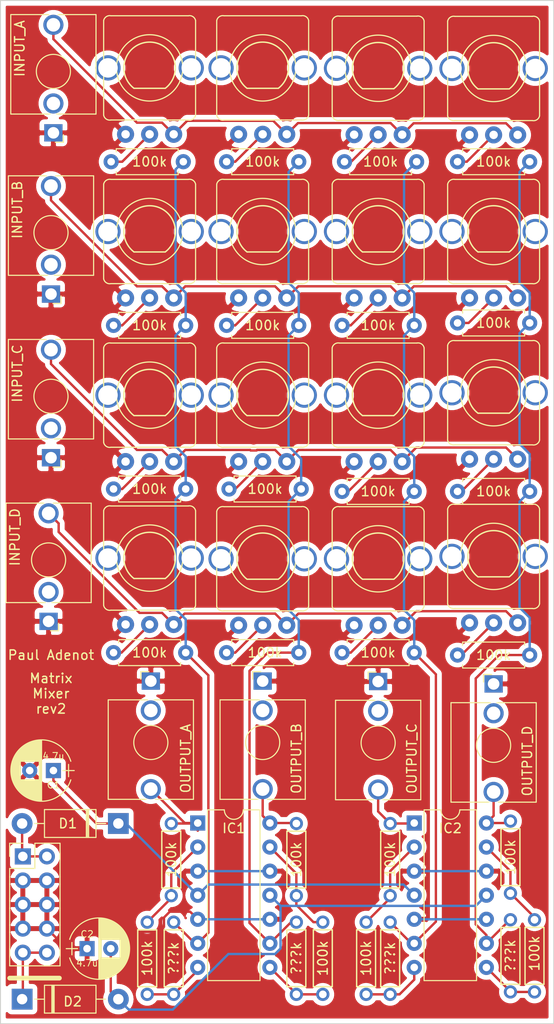
<source format=kicad_pcb>
(kicad_pcb (version 20171130) (host pcbnew "(5.1.10-1-10_14)")
  (layers (0 F.Cu signal) (31 B.Cu signal) (34 B.Paste user) (35 F.Paste user) (36 B.SilkS user) (37 F.SilkS user) (38 B.Mask user) (39 F.Mask user) (44 Edge.Cuts user))
  (net 0 "")
  (net 1 /VCC)
  (net 2 GND)
  (net 3 /VEE)
  (net 4 "Net-(D1-Pad2)")
  (net 5 "Net-(D2-Pad1)")
  (net 6 "Net-(R1-Pad1)")
  (net 7 "Net-(R2-Pad1)")
  (net 8 "Net-(R3-Pad1)")
  (net 9 "Net-(R4-Pad1)")
  (net 10 "Net-(R5-Pad1)")
  (net 11 "Net-(R6-Pad1)")
  (net 12 "Net-(R7-Pad1)")
  (net 13 "Net-(R8-Pad1)")
  (net 14 "Net-(R9-Pad1)")
  (net 15 "Net-(R10-Pad1)")
  (net 16 "Net-(R11-Pad1)")
  (net 17 "Net-(R12-Pad1)")
  (net 18 "Net-(R13-Pad1)")
  (net 19 "Net-(R14-Pad1)")
  (net 20 "Net-(R15-Pad1)")
  (net 21 "Net-(R16-Pad1)")
  (net 22 "Net-(IC1-Pad13)")
  (net 23 "Net-(IC1-Pad6)")
  (net 24 "Net-(IC1-Pad8)")
  (net 25 "Net-(IC1-Pad1)")
  (net 26 "Net-(IC1-Pad2)")
  (net 27 "Net-(IC1-Pad9)")
  (net 28 "Net-(IC1-Pad7)")
  (net 29 "Net-(IC1-Pad14)")
  (net 30 "Net-(IC2-Pad1)")
  (net 31 "Net-(IC2-Pad8)")
  (net 32 "Net-(IC2-Pad2)")
  (net 33 "Net-(IC2-Pad9)")
  (net 34 "Net-(IC2-Pad6)")
  (net 35 "Net-(IC2-Pad13)")
  (net 36 "Net-(IC2-Pad7)")
  (net 37 "Net-(IC2-Pad14)")
  (net 38 "Net-(INPUT_A1-PadP$1_TIP)")
  (net 39 "Net-(INPUT_B1-PadP$1_TIP)")
  (net 40 "Net-(INPUT_C1-PadP$1_TIP)")
  (net 41 "Net-(INPUT_D1-PadP$1_TIP)")
  (module Resistor_THT:R_Axial_DIN0207_L6.3mm_D2.5mm_P7.62mm_Horizontal (layer F.Cu) (at 32.258 34.036)
    (fp_text reference R1 hide)
    (fp_text value 100k (at 4.064 0) (layer F.SilkS))
    (pad 2 thru_hole oval (at 7.62 0) (size 1.6 1.6) (drill 0.8) (layers *.Cu *.Mask) (net 23 "Net-(IC1-Pad6)"))
    (pad 1 thru_hole circle (at 0 0) (size 1.6 1.6) (drill 0.8) (layers *.Cu *.Mask) (net 6 "Net-(R1-Pad1)"))
  )
  (module 4ms-footprints:Header_2x05_Pitch2.54mm_TH_-12v_Label (layer F.Cu) (at 27.686 118.11)
    (fp_text reference J1 hide)
    (fp_text value EURO_HEADER_10pin hide)
    (pad 10 thru_hole oval (at -2.21 -0.59) (size 1.7 1.7) (drill 1) (layers *.Cu *.Mask) (net 5 "Net-(D2-Pad1)"))
    (pad 9 thru_hole oval (at -4.75 -0.59) (size 1.7 1.7) (drill 1) (layers *.Cu *.Mask) (net 5 "Net-(D2-Pad1)"))
    (pad 8 thru_hole oval (at -2.21 -3.13) (size 1.7 1.7) (drill 1) (layers *.Cu *.Mask) (net 2 GND))
    (pad 7 thru_hole oval (at -4.75 -3.13) (size 1.7 1.7) (drill 1) (layers *.Cu *.Mask) (net 2 GND))
    (pad 6 thru_hole oval (at -2.21 -5.67) (size 1.7 1.7) (drill 1) (layers *.Cu *.Mask) (net 2 GND))
    (pad 5 thru_hole oval (at -4.75 -5.67) (size 1.7 1.7) (drill 1) (layers *.Cu *.Mask) (net 2 GND))
    (pad 4 thru_hole oval (at -2.21 -8.21) (size 1.7 1.7) (drill 1) (layers *.Cu *.Mask) (net 2 GND))
    (pad 3 thru_hole oval (at -4.75 -8.21) (size 1.7 1.7) (drill 1) (layers *.Cu *.Mask) (net 2 GND))
    (pad 2 thru_hole oval (at -2.21 -10.75) (size 1.7 1.7) (drill 1) (layers *.Cu *.Mask) (net 4 "Net-(D1-Pad2)"))
    (pad 1 thru_hole rect (at -4.75 -10.75) (size 1.7 1.7) (drill 1) (layers *.Cu *.Mask) (net 4 "Net-(D1-Pad2)"))
  )
  (module Diode_THT:D_DO-41_SOD81_P10.16mm_Horizontal (layer F.Cu) (at 22.86 122.428)
    (fp_text reference D2 (at 5.334 0.254) (layer F.SilkS))
    (fp_text value 1N4007 hide)
    (pad 2 thru_hole oval (at 10.16 0) (size 2.2 2.2) (drill 1.1) (layers *.Cu *.Mask) (net 3 /VEE))
    (pad 1 thru_hole rect (at 0 0) (size 2.2 2.2) (drill 1.1) (layers *.Cu *.Mask) (net 5 "Net-(D2-Pad1)"))
  )
  (module Diode_THT:D_DO-41_SOD81_P10.16mm_Horizontal (layer F.Cu) (at 33.02 103.886 180)
    (fp_text reference D1 (at 5.334 0) (layer F.SilkS))
    (fp_text value 1N4007 hide)
    (pad 2 thru_hole oval (at 10.16 0 180) (size 2.2 2.2) (drill 1.1) (layers *.Cu *.Mask) (net 4 "Net-(D1-Pad2)"))
    (pad 1 thru_hole rect (at 0 0 180) (size 2.2 2.2) (drill 1.1) (layers *.Cu *.Mask) (net 1 /VCC))
  )
  (module 4ms-footprints:Cap_Electrolytic_TH (layer F.Cu) (at 26.162 98.298 180)
    (fp_text reference C1 (at 0 -1.524) (layer F.SilkS) (effects (font (size 0.7 0.7) (thickness 0.1))))
    (fp_text value 4.7u (at 0 1.524) (layer F.SilkS) (effects (font (size 0.7 0.7) (thickness 0.1))))
    (pad 2 thru_hole circle (at 2.5 0 180) (size 1.6 1.6) (drill 0.8) (layers *.Cu *.Mask) (net 2 GND))
    (pad 1 thru_hole rect (at 0 0 180) (size 1.6 1.6) (drill 0.8) (layers *.Cu *.Mask) (net 1 /VCC))
  )
  (module 4ms-footprints:Cap_Electrolytic_TH (layer F.Cu) (at 29.718 117.094)
    (fp_text reference C2 (at 0 -1.524) (layer F.SilkS) (effects (font (size 0.7 0.7) (thickness 0.1))))
    (fp_text value 4.7u (at 0 1.524) (layer F.SilkS) (effects (font (size 0.7 0.7) (thickness 0.1))))
    (pad 2 thru_hole circle (at 2.5 0) (size 1.6 1.6) (drill 0.8) (layers *.Cu *.Mask) (net 3 /VEE))
    (pad 1 thru_hole rect (at 0 0) (size 1.6 1.6) (drill 0.8) (layers *.Cu *.Mask) (net 2 GND))
  )
  (module Resistor_THT:R_Axial_DIN0207_L6.3mm_D2.5mm_P7.62mm_Horizontal (layer F.Cu) (at 44.45 34.036)
    (fp_text reference R2 hide)
    (fp_text value 100k (at 3.81 0) (layer F.SilkS))
    (pad 2 thru_hole oval (at 7.62 0) (size 1.6 1.6) (drill 0.8) (layers *.Cu *.Mask) (net 27 "Net-(IC1-Pad9)"))
    (pad 1 thru_hole circle (at 0 0) (size 1.6 1.6) (drill 0.8) (layers *.Cu *.Mask) (net 7 "Net-(R2-Pad1)"))
  )
  (module Resistor_THT:R_Axial_DIN0207_L6.3mm_D2.5mm_P7.62mm_Horizontal (layer F.Cu) (at 56.896 34.039026)
    (fp_text reference R3 hide)
    (fp_text value 100k (at 3.81 -0.003026) (layer F.SilkS))
    (pad 2 thru_hole oval (at 7.62 0) (size 1.6 1.6) (drill 0.8) (layers *.Cu *.Mask) (net 34 "Net-(IC2-Pad6)"))
    (pad 1 thru_hole circle (at 0 0) (size 1.6 1.6) (drill 0.8) (layers *.Cu *.Mask) (net 8 "Net-(R3-Pad1)"))
  )
  (module Resistor_THT:R_Axial_DIN0207_L6.3mm_D2.5mm_P7.62mm_Horizontal (layer F.Cu) (at 68.834 34.036)
    (fp_text reference R4 hide)
    (fp_text value 100k (at 3.81 0) (layer F.SilkS))
    (pad 2 thru_hole oval (at 7.62 0) (size 1.6 1.6) (drill 0.8) (layers *.Cu *.Mask) (net 33 "Net-(IC2-Pad9)"))
    (pad 1 thru_hole circle (at 0 0) (size 1.6 1.6) (drill 0.8) (layers *.Cu *.Mask) (net 9 "Net-(R4-Pad1)"))
  )
  (module Resistor_THT:R_Axial_DIN0207_L6.3mm_D2.5mm_P7.62mm_Horizontal (layer F.Cu) (at 32.512 51.308)
    (fp_text reference R5 hide)
    (fp_text value 100k (at 3.81 0) (layer F.SilkS))
    (pad 2 thru_hole oval (at 7.62 0) (size 1.6 1.6) (drill 0.8) (layers *.Cu *.Mask) (net 23 "Net-(IC1-Pad6)"))
    (pad 1 thru_hole circle (at 0 0) (size 1.6 1.6) (drill 0.8) (layers *.Cu *.Mask) (net 10 "Net-(R5-Pad1)"))
  )
  (module Resistor_THT:R_Axial_DIN0207_L6.3mm_D2.5mm_P7.62mm_Horizontal (layer F.Cu) (at 44.45 51.308)
    (fp_text reference R6 hide)
    (fp_text value 100k (at 3.81 0) (layer F.SilkS))
    (pad 2 thru_hole oval (at 7.62 0) (size 1.6 1.6) (drill 0.8) (layers *.Cu *.Mask) (net 27 "Net-(IC1-Pad9)"))
    (pad 1 thru_hole circle (at 0 0) (size 1.6 1.6) (drill 0.8) (layers *.Cu *.Mask) (net 11 "Net-(R6-Pad1)"))
  )
  (module Resistor_THT:R_Axial_DIN0207_L6.3mm_D2.5mm_P7.62mm_Horizontal (layer F.Cu) (at 56.642 51.308)
    (fp_text reference R7 hide)
    (fp_text value 100k (at 3.81 0) (layer F.SilkS))
    (pad 2 thru_hole oval (at 7.62 0) (size 1.6 1.6) (drill 0.8) (layers *.Cu *.Mask) (net 34 "Net-(IC2-Pad6)"))
    (pad 1 thru_hole circle (at 0 0) (size 1.6 1.6) (drill 0.8) (layers *.Cu *.Mask) (net 12 "Net-(R7-Pad1)"))
  )
  (module Resistor_THT:R_Axial_DIN0207_L6.3mm_D2.5mm_P7.62mm_Horizontal (layer F.Cu) (at 68.834 51.054)
    (fp_text reference R8 hide)
    (fp_text value 100k (at 3.81 0) (layer F.SilkS))
    (pad 2 thru_hole oval (at 7.62 0) (size 1.6 1.6) (drill 0.8) (layers *.Cu *.Mask) (net 33 "Net-(IC2-Pad9)"))
    (pad 1 thru_hole circle (at 0 0) (size 1.6 1.6) (drill 0.8) (layers *.Cu *.Mask) (net 13 "Net-(R8-Pad1)"))
  )
  (module Resistor_THT:R_Axial_DIN0207_L6.3mm_D2.5mm_P7.62mm_Horizontal (layer F.Cu) (at 32.512 68.58)
    (fp_text reference R9 hide)
    (fp_text value 100k (at 3.81 0) (layer F.SilkS))
    (pad 2 thru_hole oval (at 7.62 0) (size 1.6 1.6) (drill 0.8) (layers *.Cu *.Mask) (net 23 "Net-(IC1-Pad6)"))
    (pad 1 thru_hole circle (at 0 0) (size 1.6 1.6) (drill 0.8) (layers *.Cu *.Mask) (net 14 "Net-(R9-Pad1)"))
  )
  (module Resistor_THT:R_Axial_DIN0207_L6.3mm_D2.5mm_P7.62mm_Horizontal (layer F.Cu) (at 44.704 68.58)
    (fp_text reference R10 hide)
    (fp_text value 100k (at 3.81 0) (layer F.SilkS))
    (pad 2 thru_hole oval (at 7.62 0) (size 1.6 1.6) (drill 0.8) (layers *.Cu *.Mask) (net 27 "Net-(IC1-Pad9)"))
    (pad 1 thru_hole circle (at 0 0) (size 1.6 1.6) (drill 0.8) (layers *.Cu *.Mask) (net 15 "Net-(R10-Pad1)"))
  )
  (module Resistor_THT:R_Axial_DIN0207_L6.3mm_D2.5mm_P7.62mm_Horizontal (layer F.Cu) (at 56.642 68.834)
    (fp_text reference R11 hide)
    (fp_text value 100k (at 3.81 0) (layer F.SilkS))
    (pad 2 thru_hole oval (at 7.62 0) (size 1.6 1.6) (drill 0.8) (layers *.Cu *.Mask) (net 34 "Net-(IC2-Pad6)"))
    (pad 1 thru_hole circle (at 0 0) (size 1.6 1.6) (drill 0.8) (layers *.Cu *.Mask) (net 16 "Net-(R11-Pad1)"))
  )
  (module Resistor_THT:R_Axial_DIN0207_L6.3mm_D2.5mm_P7.62mm_Horizontal (layer F.Cu) (at 68.834 68.834)
    (fp_text reference R12 hide)
    (fp_text value 100k (at 3.81 0) (layer F.SilkS))
    (pad 2 thru_hole oval (at 7.62 0) (size 1.6 1.6) (drill 0.8) (layers *.Cu *.Mask) (net 33 "Net-(IC2-Pad9)"))
    (pad 1 thru_hole circle (at 0 0) (size 1.6 1.6) (drill 0.8) (layers *.Cu *.Mask) (net 17 "Net-(R12-Pad1)"))
  )
  (module Resistor_THT:R_Axial_DIN0207_L6.3mm_D2.5mm_P7.62mm_Horizontal (layer F.Cu) (at 32.512 85.852)
    (fp_text reference R13 hide)
    (fp_text value 100k (at 3.81 0) (layer F.SilkS))
    (pad 2 thru_hole oval (at 7.62 0) (size 1.6 1.6) (drill 0.8) (layers *.Cu *.Mask) (net 23 "Net-(IC1-Pad6)"))
    (pad 1 thru_hole circle (at 0 0) (size 1.6 1.6) (drill 0.8) (layers *.Cu *.Mask) (net 18 "Net-(R13-Pad1)"))
  )
  (module Resistor_THT:R_Axial_DIN0207_L6.3mm_D2.5mm_P7.62mm_Horizontal (layer F.Cu) (at 44.45 85.852)
    (fp_text reference R14 hide)
    (fp_text value 100k (at 4.064 0) (layer F.SilkS))
    (pad 2 thru_hole oval (at 7.62 0) (size 1.6 1.6) (drill 0.8) (layers *.Cu *.Mask) (net 27 "Net-(IC1-Pad9)"))
    (pad 1 thru_hole circle (at 0 0) (size 1.6 1.6) (drill 0.8) (layers *.Cu *.Mask) (net 19 "Net-(R14-Pad1)"))
  )
  (module Resistor_THT:R_Axial_DIN0207_L6.3mm_D2.5mm_P7.62mm_Horizontal (layer F.Cu) (at 56.642 85.852)
    (fp_text reference R15 hide)
    (fp_text value 100k (at 3.81 0) (layer F.SilkS))
    (pad 2 thru_hole oval (at 7.62 0) (size 1.6 1.6) (drill 0.8) (layers *.Cu *.Mask) (net 34 "Net-(IC2-Pad6)"))
    (pad 1 thru_hole circle (at 0 0) (size 1.6 1.6) (drill 0.8) (layers *.Cu *.Mask) (net 20 "Net-(R15-Pad1)"))
  )
  (module Resistor_THT:R_Axial_DIN0207_L6.3mm_D2.5mm_P7.62mm_Horizontal (layer F.Cu) (at 68.834 86.106)
    (fp_text reference R16 hide)
    (fp_text value 100k (at 3.81 0) (layer F.SilkS))
    (pad 2 thru_hole oval (at 7.62 0) (size 1.6 1.6) (drill 0.8) (layers *.Cu *.Mask) (net 33 "Net-(IC2-Pad9)"))
    (pad 1 thru_hole circle (at 0 0) (size 1.6 1.6) (drill 0.8) (layers *.Cu *.Mask) (net 21 "Net-(R16-Pad1)"))
  )
  (module 4ms-footprints:POT-9MM-ALPHA (layer F.Cu) (at 36.322 24.13 180)
    (fp_text reference RV1 hide)
    (fp_text value R_POT hide)
    (pad 3 thru_hole circle (at -2.540163 -7.012243 90) (size 1.8034 1.8034) (drill 0.889) (layers *.Cu *.Mask) (net 38 "Net-(INPUT_A1-PadP$1_TIP)"))
    (pad 2 thru_hole circle (at -0.000163 -7.012243 90) (size 1.8034 1.8034) (drill 0.889) (layers *.Cu *.Mask) (net 6 "Net-(R1-Pad1)"))
    (pad 1 thru_hole circle (at 2.539837 -7.012243 90) (size 1.8034 1.8034) (drill 0.889) (layers *.Cu *.Mask) (net 2 GND))
    (pad 4 thru_hole circle (at 4.394037 -0.001843 180) (size 2.667 2.667) (drill 2.0574) (layers *.Cu *.Mask))
    (pad 5 thru_hole circle (at -4.394363 -0.001843 180) (size 2.667 2.667) (drill 2.0574) (layers *.Cu *.Mask))
  )
  (module 4ms-footprints:POT-9MM-ALPHA (layer F.Cu) (at 48.26 24.13 180)
    (fp_text reference RV2 hide)
    (fp_text value R_POT hide)
    (pad 3 thru_hole circle (at -2.540163 -7.012243 90) (size 1.8034 1.8034) (drill 0.889) (layers *.Cu *.Mask) (net 38 "Net-(INPUT_A1-PadP$1_TIP)"))
    (pad 2 thru_hole circle (at -0.000163 -7.012243 90) (size 1.8034 1.8034) (drill 0.889) (layers *.Cu *.Mask) (net 7 "Net-(R2-Pad1)"))
    (pad 1 thru_hole circle (at 2.539837 -7.012243 90) (size 1.8034 1.8034) (drill 0.889) (layers *.Cu *.Mask) (net 2 GND))
    (pad 4 thru_hole circle (at 4.394037 -0.001843 180) (size 2.667 2.667) (drill 2.0574) (layers *.Cu *.Mask))
    (pad 5 thru_hole circle (at -4.394363 -0.001843 180) (size 2.667 2.667) (drill 2.0574) (layers *.Cu *.Mask))
  )
  (module 4ms-footprints:POT-9MM-ALPHA (layer F.Cu) (at 60.452 24.171714 180)
    (fp_text reference RV3 hide)
    (fp_text value R_POT hide)
    (pad 3 thru_hole circle (at -2.540163 -7.012243 90) (size 1.8034 1.8034) (drill 0.889) (layers *.Cu *.Mask) (net 38 "Net-(INPUT_A1-PadP$1_TIP)"))
    (pad 2 thru_hole circle (at -0.000163 -7.012243 90) (size 1.8034 1.8034) (drill 0.889) (layers *.Cu *.Mask) (net 8 "Net-(R3-Pad1)"))
    (pad 1 thru_hole circle (at 2.539837 -7.012243 90) (size 1.8034 1.8034) (drill 0.889) (layers *.Cu *.Mask) (net 2 GND))
    (pad 4 thru_hole circle (at 4.394037 -0.001843 180) (size 2.667 2.667) (drill 2.0574) (layers *.Cu *.Mask))
    (pad 5 thru_hole circle (at -4.394363 -0.001843 180) (size 2.667 2.667) (drill 2.0574) (layers *.Cu *.Mask))
  )
  (module 4ms-footprints:POT-9MM-ALPHA (layer F.Cu) (at 72.644 24.192571 180)
    (fp_text reference RV4 hide)
    (fp_text value R_POT hide)
    (pad 3 thru_hole circle (at -2.540163 -7.012243 90) (size 1.8034 1.8034) (drill 0.889) (layers *.Cu *.Mask) (net 38 "Net-(INPUT_A1-PadP$1_TIP)"))
    (pad 2 thru_hole circle (at -0.000163 -7.012243 90) (size 1.8034 1.8034) (drill 0.889) (layers *.Cu *.Mask) (net 9 "Net-(R4-Pad1)"))
    (pad 1 thru_hole circle (at 2.539837 -7.012243 90) (size 1.8034 1.8034) (drill 0.889) (layers *.Cu *.Mask) (net 2 GND))
    (pad 4 thru_hole circle (at 4.394037 -0.001843 180) (size 2.667 2.667) (drill 2.0574) (layers *.Cu *.Mask))
    (pad 5 thru_hole circle (at -4.394363 -0.001843 180) (size 2.667 2.667) (drill 2.0574) (layers *.Cu *.Mask))
  )
  (module 4ms-footprints:POT-9MM-ALPHA (layer F.Cu) (at 36.322 41.402 180)
    (fp_text reference RV5 hide)
    (fp_text value R_POT hide)
    (pad 3 thru_hole circle (at -2.540163 -7.012243 90) (size 1.8034 1.8034) (drill 0.889) (layers *.Cu *.Mask) (net 39 "Net-(INPUT_B1-PadP$1_TIP)"))
    (pad 2 thru_hole circle (at -0.000163 -7.012243 90) (size 1.8034 1.8034) (drill 0.889) (layers *.Cu *.Mask) (net 10 "Net-(R5-Pad1)"))
    (pad 1 thru_hole circle (at 2.539837 -7.012243 90) (size 1.8034 1.8034) (drill 0.889) (layers *.Cu *.Mask) (net 2 GND))
    (pad 4 thru_hole circle (at 4.394037 -0.001843 180) (size 2.667 2.667) (drill 2.0574) (layers *.Cu *.Mask))
    (pad 5 thru_hole circle (at -4.394363 -0.001843 180) (size 2.667 2.667) (drill 2.0574) (layers *.Cu *.Mask))
  )
  (module 4ms-footprints:POT-9MM-ALPHA (layer F.Cu) (at 48.26 41.402 180)
    (fp_text reference RV6 hide)
    (fp_text value R_POT hide)
    (pad 3 thru_hole circle (at -2.540163 -7.012243 90) (size 1.8034 1.8034) (drill 0.889) (layers *.Cu *.Mask) (net 39 "Net-(INPUT_B1-PadP$1_TIP)"))
    (pad 2 thru_hole circle (at -0.000163 -7.012243 90) (size 1.8034 1.8034) (drill 0.889) (layers *.Cu *.Mask) (net 11 "Net-(R6-Pad1)"))
    (pad 1 thru_hole circle (at 2.539837 -7.012243 90) (size 1.8034 1.8034) (drill 0.889) (layers *.Cu *.Mask) (net 2 GND))
    (pad 4 thru_hole circle (at 4.394037 -0.001843 180) (size 2.667 2.667) (drill 2.0574) (layers *.Cu *.Mask))
    (pad 5 thru_hole circle (at -4.394363 -0.001843 180) (size 2.667 2.667) (drill 2.0574) (layers *.Cu *.Mask))
  )
  (module 4ms-footprints:POT-9MM-ALPHA (layer F.Cu) (at 60.452 41.402 180)
    (fp_text reference RV7 hide)
    (fp_text value R_POT hide)
    (pad 3 thru_hole circle (at -2.540163 -7.012243 90) (size 1.8034 1.8034) (drill 0.889) (layers *.Cu *.Mask) (net 39 "Net-(INPUT_B1-PadP$1_TIP)"))
    (pad 2 thru_hole circle (at -0.000163 -7.012243 90) (size 1.8034 1.8034) (drill 0.889) (layers *.Cu *.Mask) (net 12 "Net-(R7-Pad1)"))
    (pad 1 thru_hole circle (at 2.539837 -7.012243 90) (size 1.8034 1.8034) (drill 0.889) (layers *.Cu *.Mask) (net 2 GND))
    (pad 4 thru_hole circle (at 4.394037 -0.001843 180) (size 2.667 2.667) (drill 2.0574) (layers *.Cu *.Mask))
    (pad 5 thru_hole circle (at -4.394363 -0.001843 180) (size 2.667 2.667) (drill 2.0574) (layers *.Cu *.Mask))
  )
  (module 4ms-footprints:POT-9MM-ALPHA (layer F.Cu) (at 72.644 41.402 180)
    (fp_text reference RV8 hide)
    (fp_text value R_POT hide)
    (pad 3 thru_hole circle (at -2.540163 -7.012243 90) (size 1.8034 1.8034) (drill 0.889) (layers *.Cu *.Mask) (net 39 "Net-(INPUT_B1-PadP$1_TIP)"))
    (pad 2 thru_hole circle (at -0.000163 -7.012243 90) (size 1.8034 1.8034) (drill 0.889) (layers *.Cu *.Mask) (net 13 "Net-(R8-Pad1)"))
    (pad 1 thru_hole circle (at 2.539837 -7.012243 90) (size 1.8034 1.8034) (drill 0.889) (layers *.Cu *.Mask) (net 2 GND))
    (pad 4 thru_hole circle (at 4.394037 -0.001843 180) (size 2.667 2.667) (drill 2.0574) (layers *.Cu *.Mask))
    (pad 5 thru_hole circle (at -4.394363 -0.001843 180) (size 2.667 2.667) (drill 2.0574) (layers *.Cu *.Mask))
  )
  (module 4ms-footprints:POT-9MM-ALPHA (layer F.Cu) (at 36.322 58.674 180)
    (fp_text reference RV9 hide)
    (fp_text value R_POT hide)
    (pad 3 thru_hole circle (at -2.540163 -7.012243 90) (size 1.8034 1.8034) (drill 0.889) (layers *.Cu *.Mask) (net 40 "Net-(INPUT_C1-PadP$1_TIP)"))
    (pad 2 thru_hole circle (at -0.000163 -7.012243 90) (size 1.8034 1.8034) (drill 0.889) (layers *.Cu *.Mask) (net 14 "Net-(R9-Pad1)"))
    (pad 1 thru_hole circle (at 2.539837 -7.012243 90) (size 1.8034 1.8034) (drill 0.889) (layers *.Cu *.Mask) (net 2 GND))
    (pad 4 thru_hole circle (at 4.394037 -0.001843 180) (size 2.667 2.667) (drill 2.0574) (layers *.Cu *.Mask))
    (pad 5 thru_hole circle (at -4.394363 -0.001843 180) (size 2.667 2.667) (drill 2.0574) (layers *.Cu *.Mask))
  )
  (module 4ms-footprints:POT-9MM-ALPHA (layer F.Cu) (at 48.26 58.674 180)
    (fp_text reference RV10 hide)
    (fp_text value R_POT hide)
    (pad 3 thru_hole circle (at -2.540163 -7.012243 90) (size 1.8034 1.8034) (drill 0.889) (layers *.Cu *.Mask) (net 40 "Net-(INPUT_C1-PadP$1_TIP)"))
    (pad 2 thru_hole circle (at -0.000163 -7.012243 90) (size 1.8034 1.8034) (drill 0.889) (layers *.Cu *.Mask) (net 15 "Net-(R10-Pad1)"))
    (pad 1 thru_hole circle (at 2.539837 -7.012243 90) (size 1.8034 1.8034) (drill 0.889) (layers *.Cu *.Mask) (net 2 GND))
    (pad 4 thru_hole circle (at 4.394037 -0.001843 180) (size 2.667 2.667) (drill 2.0574) (layers *.Cu *.Mask))
    (pad 5 thru_hole circle (at -4.394363 -0.001843 180) (size 2.667 2.667) (drill 2.0574) (layers *.Cu *.Mask))
  )
  (module 4ms-footprints:POT-9MM-ALPHA (layer F.Cu) (at 60.452 58.674 180)
    (fp_text reference RV11 hide)
    (fp_text value R_POT hide)
    (pad 3 thru_hole circle (at -2.540163 -7.012243 90) (size 1.8034 1.8034) (drill 0.889) (layers *.Cu *.Mask) (net 40 "Net-(INPUT_C1-PadP$1_TIP)"))
    (pad 2 thru_hole circle (at -0.000163 -7.012243 90) (size 1.8034 1.8034) (drill 0.889) (layers *.Cu *.Mask) (net 16 "Net-(R11-Pad1)"))
    (pad 1 thru_hole circle (at 2.539837 -7.012243 90) (size 1.8034 1.8034) (drill 0.889) (layers *.Cu *.Mask) (net 2 GND))
    (pad 4 thru_hole circle (at 4.394037 -0.001843 180) (size 2.667 2.667) (drill 2.0574) (layers *.Cu *.Mask))
    (pad 5 thru_hole circle (at -4.394363 -0.001843 180) (size 2.667 2.667) (drill 2.0574) (layers *.Cu *.Mask))
  )
  (module 4ms-footprints:POT-9MM-ALPHA (layer F.Cu) (at 72.644 58.42 180)
    (fp_text reference RV12 hide)
    (fp_text value R_POT hide)
    (pad 3 thru_hole circle (at -2.540163 -7.012243 90) (size 1.8034 1.8034) (drill 0.889) (layers *.Cu *.Mask) (net 40 "Net-(INPUT_C1-PadP$1_TIP)"))
    (pad 2 thru_hole circle (at -0.000163 -7.012243 90) (size 1.8034 1.8034) (drill 0.889) (layers *.Cu *.Mask) (net 17 "Net-(R12-Pad1)"))
    (pad 1 thru_hole circle (at 2.539837 -7.012243 90) (size 1.8034 1.8034) (drill 0.889) (layers *.Cu *.Mask) (net 2 GND))
    (pad 4 thru_hole circle (at 4.394037 -0.001843 180) (size 2.667 2.667) (drill 2.0574) (layers *.Cu *.Mask))
    (pad 5 thru_hole circle (at -4.394363 -0.001843 180) (size 2.667 2.667) (drill 2.0574) (layers *.Cu *.Mask))
  )
  (module 4ms-footprints:POT-9MM-ALPHA (layer F.Cu) (at 36.322 75.8698 180)
    (fp_text reference RV13 hide)
    (fp_text value R_POT hide)
    (pad 3 thru_hole circle (at -2.540163 -7.012243 90) (size 1.8034 1.8034) (drill 0.889) (layers *.Cu *.Mask) (net 41 "Net-(INPUT_D1-PadP$1_TIP)"))
    (pad 2 thru_hole circle (at -0.000163 -7.012243 90) (size 1.8034 1.8034) (drill 0.889) (layers *.Cu *.Mask) (net 18 "Net-(R13-Pad1)"))
    (pad 1 thru_hole circle (at 2.539837 -7.012243 90) (size 1.8034 1.8034) (drill 0.889) (layers *.Cu *.Mask) (net 2 GND))
    (pad 4 thru_hole circle (at 4.394037 -0.001843 180) (size 2.667 2.667) (drill 2.0574) (layers *.Cu *.Mask))
    (pad 5 thru_hole circle (at -4.394363 -0.001843 180) (size 2.667 2.667) (drill 2.0574) (layers *.Cu *.Mask))
  )
  (module 4ms-footprints:POT-9MM-ALPHA (layer F.Cu) (at 48.26 75.946 180)
    (fp_text reference RV14 hide)
    (fp_text value R_POT hide)
    (pad 3 thru_hole circle (at -2.540163 -7.012243 90) (size 1.8034 1.8034) (drill 0.889) (layers *.Cu *.Mask) (net 41 "Net-(INPUT_D1-PadP$1_TIP)"))
    (pad 2 thru_hole circle (at -0.000163 -7.012243 90) (size 1.8034 1.8034) (drill 0.889) (layers *.Cu *.Mask) (net 19 "Net-(R14-Pad1)"))
    (pad 1 thru_hole circle (at 2.539837 -7.012243 90) (size 1.8034 1.8034) (drill 0.889) (layers *.Cu *.Mask) (net 2 GND))
    (pad 4 thru_hole circle (at 4.394037 -0.001843 180) (size 2.667 2.667) (drill 2.0574) (layers *.Cu *.Mask))
    (pad 5 thru_hole circle (at -4.394363 -0.001843 180) (size 2.667 2.667) (drill 2.0574) (layers *.Cu *.Mask))
  )
  (module 4ms-footprints:POT-9MM-ALPHA (layer F.Cu) (at 60.452 75.946 180)
    (fp_text reference RV15 hide)
    (fp_text value R_POT hide)
    (pad 3 thru_hole circle (at -2.540163 -7.012243 90) (size 1.8034 1.8034) (drill 0.889) (layers *.Cu *.Mask) (net 41 "Net-(INPUT_D1-PadP$1_TIP)"))
    (pad 2 thru_hole circle (at -0.000163 -7.012243 90) (size 1.8034 1.8034) (drill 0.889) (layers *.Cu *.Mask) (net 20 "Net-(R15-Pad1)"))
    (pad 1 thru_hole circle (at 2.539837 -7.012243 90) (size 1.8034 1.8034) (drill 0.889) (layers *.Cu *.Mask) (net 2 GND))
    (pad 4 thru_hole circle (at 4.394037 -0.001843 180) (size 2.667 2.667) (drill 2.0574) (layers *.Cu *.Mask))
    (pad 5 thru_hole circle (at -4.394363 -0.001843 180) (size 2.667 2.667) (drill 2.0574) (layers *.Cu *.Mask))
  )
  (module 4ms-footprints:POT-9MM-ALPHA (layer F.Cu) (at 72.644 75.692 180)
    (fp_text reference RV16 hide)
    (fp_text value R_POT hide)
    (pad 3 thru_hole circle (at -2.540163 -7.012243 90) (size 1.8034 1.8034) (drill 0.889) (layers *.Cu *.Mask) (net 41 "Net-(INPUT_D1-PadP$1_TIP)"))
    (pad 2 thru_hole circle (at -0.000163 -7.012243 90) (size 1.8034 1.8034) (drill 0.889) (layers *.Cu *.Mask) (net 21 "Net-(R16-Pad1)"))
    (pad 1 thru_hole circle (at 2.539837 -7.012243 90) (size 1.8034 1.8034) (drill 0.889) (layers *.Cu *.Mask) (net 2 GND))
    (pad 4 thru_hole circle (at 4.394037 -0.001843 180) (size 2.667 2.667) (drill 2.0574) (layers *.Cu *.Mask))
    (pad 5 thru_hole circle (at -4.394363 -0.001843 180) (size 2.667 2.667) (drill 2.0574) (layers *.Cu *.Mask))
  )
  (module 4ms_Package_DIP:DIP-14_W7.62mm (layer F.Cu) (at 41.402 103.886)
    (fp_text reference IC1 (at 3.81 0.508) (layer F.SilkS))
    (fp_text value LM324N hide)
    (fp_text user "" (at 3.81 7.57) (layer F.SilkS))
    (pad 1 thru_hole rect (at 0 -0.05) (size 1.6 1.6) (drill 0.8) (layers *.Cu *.Mask) (net 25 "Net-(IC1-Pad1)"))
    (pad 8 thru_hole oval (at 7.62 15.19) (size 1.6 1.6) (drill 0.8) (layers *.Cu *.Mask) (net 24 "Net-(IC1-Pad8)"))
    (pad 2 thru_hole oval (at 0 2.49) (size 1.6 1.6) (drill 0.8) (layers *.Cu *.Mask) (net 26 "Net-(IC1-Pad2)"))
    (pad 9 thru_hole oval (at 7.62 12.65) (size 1.6 1.6) (drill 0.8) (layers *.Cu *.Mask) (net 27 "Net-(IC1-Pad9)"))
    (pad 3 thru_hole oval (at 0 5.03) (size 1.6 1.6) (drill 0.8) (layers *.Cu *.Mask) (net 2 GND))
    (pad 10 thru_hole oval (at 7.62 10.11) (size 1.6 1.6) (drill 0.8) (layers *.Cu *.Mask) (net 2 GND))
    (pad 4 thru_hole oval (at 0 7.57) (size 1.6 1.6) (drill 0.8) (layers *.Cu *.Mask) (net 1 /VCC))
    (pad 11 thru_hole oval (at 7.62 7.57) (size 1.6 1.6) (drill 0.8) (layers *.Cu *.Mask) (net 3 /VEE))
    (pad 5 thru_hole oval (at 0 10.11) (size 1.6 1.6) (drill 0.8) (layers *.Cu *.Mask) (net 2 GND))
    (pad 12 thru_hole oval (at 7.62 5.03) (size 1.6 1.6) (drill 0.8) (layers *.Cu *.Mask) (net 2 GND))
    (pad 6 thru_hole oval (at 0 12.65) (size 1.6 1.6) (drill 0.8) (layers *.Cu *.Mask) (net 23 "Net-(IC1-Pad6)"))
    (pad 13 thru_hole oval (at 7.62 2.49) (size 1.6 1.6) (drill 0.8) (layers *.Cu *.Mask) (net 22 "Net-(IC1-Pad13)"))
    (pad 7 thru_hole oval (at 0 15.19) (size 1.6 1.6) (drill 0.8) (layers *.Cu *.Mask) (net 28 "Net-(IC1-Pad7)"))
    (pad 14 thru_hole oval (at 7.62 -0.05) (size 1.6 1.6) (drill 0.8) (layers *.Cu *.Mask) (net 29 "Net-(IC1-Pad14)"))
  )
  (module 4ms_Resistor:R_Axial_DIN0207_L6.3mm_D2.5mm_P7.62mm_Horizontal (layer F.Cu) (at 38.862 118.11 270)
    (fp_text reference R17 hide)
    (fp_text value ???k (at 0 0 90) (layer F.SilkS) (effects (font (size 1.016 1.016) (thickness 0.1524))))
    (pad 2 thru_hole circle (at 3.81 0 270) (size 1.397 1.397) (drill 0.8128) (layers *.Cu *.Mask) (net 28 "Net-(IC1-Pad7)"))
    (pad 1 thru_hole circle (at -3.81 0 270) (size 1.397 1.397) (drill 0.8128) (layers *.Cu *.Mask) (net 23 "Net-(IC1-Pad6)"))
  )
  (module 4ms_Resistor:R_Axial_DIN0207_L6.3mm_D2.5mm_P7.62mm_Horizontal (layer F.Cu) (at 36.068 118.11 90)
    (fp_text reference R18 hide)
    (fp_text value 100k (at 0 0 90) (layer F.SilkS) (effects (font (size 1.016 1.016) (thickness 0.1524))))
    (pad 2 thru_hole circle (at 3.81 0 90) (size 1.397 1.397) (drill 0.8128) (layers *.Cu *.Mask) (net 26 "Net-(IC1-Pad2)"))
    (pad 1 thru_hole circle (at -3.81 0 90) (size 1.397 1.397) (drill 0.8128) (layers *.Cu *.Mask) (net 28 "Net-(IC1-Pad7)"))
  )
  (module 4ms_Resistor:R_Axial_DIN0207_L6.3mm_D2.5mm_P7.62mm_Horizontal (layer F.Cu) (at 38.608 107.696 90)
    (fp_text reference R19 hide)
    (fp_text value 100k (at 0 0 90) (layer F.SilkS) (effects (font (size 1.016 1.016) (thickness 0.1524))))
    (pad 2 thru_hole circle (at 3.81 0 90) (size 1.397 1.397) (drill 0.8128) (layers *.Cu *.Mask) (net 25 "Net-(IC1-Pad1)"))
    (pad 1 thru_hole circle (at -3.81 0 90) (size 1.397 1.397) (drill 0.8128) (layers *.Cu *.Mask) (net 26 "Net-(IC1-Pad2)"))
  )
  (module 4ms_Resistor:R_Axial_DIN0207_L6.3mm_D2.5mm_P7.62mm_Horizontal (layer F.Cu) (at 51.816 118.11 270)
    (fp_text reference R20 hide)
    (fp_text value ???k (at 0 0 90) (layer F.SilkS) (effects (font (size 1.016 1.016) (thickness 0.1524))))
    (pad 2 thru_hole circle (at 3.81 0 270) (size 1.397 1.397) (drill 0.8128) (layers *.Cu *.Mask) (net 24 "Net-(IC1-Pad8)"))
    (pad 1 thru_hole circle (at -3.81 0 270) (size 1.397 1.397) (drill 0.8128) (layers *.Cu *.Mask) (net 27 "Net-(IC1-Pad9)"))
  )
  (module 4ms_Resistor:R_Axial_DIN0207_L6.3mm_D2.5mm_P7.62mm_Horizontal (layer F.Cu) (at 54.61 118.11 90)
    (fp_text reference R21 hide)
    (fp_text value 100k (at 0 0 90) (layer F.SilkS) (effects (font (size 1.016 1.016) (thickness 0.1524))))
    (pad 2 thru_hole circle (at 3.81 0 90) (size 1.397 1.397) (drill 0.8128) (layers *.Cu *.Mask) (net 22 "Net-(IC1-Pad13)"))
    (pad 1 thru_hole circle (at -3.81 0 90) (size 1.397 1.397) (drill 0.8128) (layers *.Cu *.Mask) (net 24 "Net-(IC1-Pad8)"))
  )
  (module 4ms_Resistor:R_Axial_DIN0207_L6.3mm_D2.5mm_P7.62mm_Horizontal (layer F.Cu) (at 51.816 107.696 90)
    (fp_text reference R22 hide)
    (fp_text value 100k (at 0 0 90) (layer F.SilkS) (effects (font (size 1.016 1.016) (thickness 0.1524))))
    (pad 2 thru_hole circle (at 3.81 0 90) (size 1.397 1.397) (drill 0.8128) (layers *.Cu *.Mask) (net 29 "Net-(IC1-Pad14)"))
    (pad 1 thru_hole circle (at -3.81 0 90) (size 1.397 1.397) (drill 0.8128) (layers *.Cu *.Mask) (net 22 "Net-(IC1-Pad13)"))
  )
  (module 4ms_Resistor:R_Axial_DIN0207_L6.3mm_D2.5mm_P7.62mm_Horizontal (layer F.Cu) (at 61.722 118.11 270)
    (fp_text reference R23 hide)
    (fp_text value ???k (at 0 0 90) (layer F.SilkS) (effects (font (size 1.016 1.016) (thickness 0.1524))))
    (pad 2 thru_hole circle (at 3.81 0 270) (size 1.397 1.397) (drill 0.8128) (layers *.Cu *.Mask) (net 36 "Net-(IC2-Pad7)"))
    (pad 1 thru_hole circle (at -3.81 0 270) (size 1.397 1.397) (drill 0.8128) (layers *.Cu *.Mask) (net 34 "Net-(IC2-Pad6)"))
  )
  (module 4ms_Resistor:R_Axial_DIN0207_L6.3mm_D2.5mm_P7.62mm_Horizontal (layer F.Cu) (at 59.182 118.11 90)
    (fp_text reference R24 hide)
    (fp_text value 100k (at 0 0 90) (layer F.SilkS) (effects (font (size 1.016 1.016) (thickness 0.1524))))
    (pad 2 thru_hole circle (at 3.81 0 90) (size 1.397 1.397) (drill 0.8128) (layers *.Cu *.Mask) (net 32 "Net-(IC2-Pad2)"))
    (pad 1 thru_hole circle (at -3.81 0 90) (size 1.397 1.397) (drill 0.8128) (layers *.Cu *.Mask) (net 36 "Net-(IC2-Pad7)"))
  )
  (module 4ms_Resistor:R_Axial_DIN0207_L6.3mm_D2.5mm_P7.62mm_Horizontal (layer F.Cu) (at 61.722 107.696 90)
    (fp_text reference R25 hide)
    (fp_text value 100k (at 0 0 90) (layer F.SilkS) (effects (font (size 1.016 1.016) (thickness 0.1524))))
    (pad 2 thru_hole circle (at 3.81 0 90) (size 1.397 1.397) (drill 0.8128) (layers *.Cu *.Mask) (net 30 "Net-(IC2-Pad1)"))
    (pad 1 thru_hole circle (at -3.81 0 90) (size 1.397 1.397) (drill 0.8128) (layers *.Cu *.Mask) (net 32 "Net-(IC2-Pad2)"))
  )
  (module 4ms_Resistor:R_Axial_DIN0207_L6.3mm_D2.5mm_P7.62mm_Horizontal (layer F.Cu) (at 74.422 117.856 270)
    (fp_text reference R26 hide)
    (fp_text value ???k (at 0 0 90) (layer F.SilkS) (effects (font (size 1.016 1.016) (thickness 0.1524))))
    (pad 2 thru_hole circle (at 3.81 0 270) (size 1.397 1.397) (drill 0.8128) (layers *.Cu *.Mask) (net 31 "Net-(IC2-Pad8)"))
    (pad 1 thru_hole circle (at -3.81 0 270) (size 1.397 1.397) (drill 0.8128) (layers *.Cu *.Mask) (net 33 "Net-(IC2-Pad9)"))
  )
  (module 4ms_Resistor:R_Axial_DIN0207_L6.3mm_D2.5mm_P7.62mm_Horizontal (layer F.Cu) (at 76.962 117.856 90)
    (fp_text reference R27 hide)
    (fp_text value 100k (at 0.254 0 90) (layer F.SilkS) (effects (font (size 1.016 1.016) (thickness 0.1524))))
    (pad 2 thru_hole circle (at 3.81 0 90) (size 1.397 1.397) (drill 0.8128) (layers *.Cu *.Mask) (net 35 "Net-(IC2-Pad13)"))
    (pad 1 thru_hole circle (at -3.81 0 90) (size 1.397 1.397) (drill 0.8128) (layers *.Cu *.Mask) (net 31 "Net-(IC2-Pad8)"))
  )
  (module 4ms_Resistor:R_Axial_DIN0207_L6.3mm_D2.5mm_P7.62mm_Horizontal (layer F.Cu) (at 74.422 107.442 90)
    (fp_text reference R28 hide)
    (fp_text value 100k (at 0 0 90) (layer F.SilkS) (effects (font (size 1.016 1.016) (thickness 0.1524))))
    (pad 2 thru_hole circle (at 3.81 0 90) (size 1.397 1.397) (drill 0.8128) (layers *.Cu *.Mask) (net 37 "Net-(IC2-Pad14)"))
    (pad 1 thru_hole circle (at -3.81 0 90) (size 1.397 1.397) (drill 0.8128) (layers *.Cu *.Mask) (net 35 "Net-(IC2-Pad13)"))
  )
  (module 4ms_Package_DIP:DIP-14_W7.62mm (layer F.Cu) (at 64.262 103.886)
    (fp_text reference IC2 (at 3.81 0.508) (layer F.SilkS))
    (fp_text value LM324N hide)
    (fp_text user "" (at 3.81 7.57) (layer F.SilkS))
    (pad 1 thru_hole rect (at 0 -0.05) (size 1.6 1.6) (drill 0.8) (layers *.Cu *.Mask) (net 30 "Net-(IC2-Pad1)"))
    (pad 8 thru_hole oval (at 7.62 15.19) (size 1.6 1.6) (drill 0.8) (layers *.Cu *.Mask) (net 31 "Net-(IC2-Pad8)"))
    (pad 2 thru_hole oval (at 0 2.49) (size 1.6 1.6) (drill 0.8) (layers *.Cu *.Mask) (net 32 "Net-(IC2-Pad2)"))
    (pad 9 thru_hole oval (at 7.62 12.65) (size 1.6 1.6) (drill 0.8) (layers *.Cu *.Mask) (net 33 "Net-(IC2-Pad9)"))
    (pad 3 thru_hole oval (at 0 5.03) (size 1.6 1.6) (drill 0.8) (layers *.Cu *.Mask) (net 2 GND))
    (pad 10 thru_hole oval (at 7.62 10.11) (size 1.6 1.6) (drill 0.8) (layers *.Cu *.Mask) (net 2 GND))
    (pad 4 thru_hole oval (at 0 7.57) (size 1.6 1.6) (drill 0.8) (layers *.Cu *.Mask) (net 1 /VCC))
    (pad 11 thru_hole oval (at 7.62 7.57) (size 1.6 1.6) (drill 0.8) (layers *.Cu *.Mask) (net 3 /VEE))
    (pad 5 thru_hole oval (at 0 10.11) (size 1.6 1.6) (drill 0.8) (layers *.Cu *.Mask) (net 2 GND))
    (pad 12 thru_hole oval (at 7.62 5.03) (size 1.6 1.6) (drill 0.8) (layers *.Cu *.Mask) (net 2 GND))
    (pad 6 thru_hole oval (at 0 12.65) (size 1.6 1.6) (drill 0.8) (layers *.Cu *.Mask) (net 34 "Net-(IC2-Pad6)"))
    (pad 13 thru_hole oval (at 7.62 2.49) (size 1.6 1.6) (drill 0.8) (layers *.Cu *.Mask) (net 35 "Net-(IC2-Pad13)"))
    (pad 7 thru_hole oval (at 0 15.19) (size 1.6 1.6) (drill 0.8) (layers *.Cu *.Mask) (net 36 "Net-(IC2-Pad7)"))
    (pad 14 thru_hole oval (at 7.62 -0.05) (size 1.6 1.6) (drill 0.8) (layers *.Cu *.Mask) (net 37 "Net-(IC2-Pad14)"))
  )
  (module Connector_Audio:Jack_3.5mm_QingPu_WQP-PJ398SM_Vertical_CircularHoles (layer F.Cu) (at 26.162 30.988 180)
    (fp_text reference INPUT_A (at 3.556 8.89 90) (layer F.SilkS))
    (fp_text value THONKICONNNEW hide)
    (pad P$1_TIP thru_hole circle (at 0 11.4) (size 2.13 2.13) (drill 1.43) (layers *.Cu *.Mask) (net 38 "Net-(INPUT_A1-PadP$1_TIP)"))
    (pad P$3_GND thru_hole rect (at 0 0) (size 1.93 1.83) (drill 1.22) (layers *.Cu *.Mask) (net 2 GND))
    (pad P$2_SWITCH thru_hole circle (at 0 3.1) (size 2.13 2.13) (drill 1.42) (layers *.Cu *.Mask))
  )
  (module Connector_Audio:Jack_3.5mm_QingPu_WQP-PJ398SM_Vertical_CircularHoles (layer F.Cu) (at 25.908 48.006 180)
    (fp_text reference INPUT_B (at 3.556 8.89 90) (layer F.SilkS))
    (fp_text value THONKICONNNEW hide)
    (pad P$1_TIP thru_hole circle (at 0 11.4) (size 2.13 2.13) (drill 1.43) (layers *.Cu *.Mask) (net 39 "Net-(INPUT_B1-PadP$1_TIP)"))
    (pad P$3_GND thru_hole rect (at 0 0) (size 1.93 1.83) (drill 1.22) (layers *.Cu *.Mask) (net 2 GND))
    (pad P$2_SWITCH thru_hole circle (at 0 3.1) (size 2.13 2.13) (drill 1.42) (layers *.Cu *.Mask))
  )
  (module Connector_Audio:Jack_3.5mm_QingPu_WQP-PJ398SM_Vertical_CircularHoles (layer F.Cu) (at 25.908 65.278 180)
    (fp_text reference INPUT_C (at 3.556 8.89 90) (layer F.SilkS))
    (fp_text value THONKICONNNEW hide)
    (pad P$1_TIP thru_hole circle (at 0 11.4) (size 2.13 2.13) (drill 1.43) (layers *.Cu *.Mask) (net 40 "Net-(INPUT_C1-PadP$1_TIP)"))
    (pad P$3_GND thru_hole rect (at 0 0) (size 1.93 1.83) (drill 1.22) (layers *.Cu *.Mask) (net 2 GND))
    (pad P$2_SWITCH thru_hole circle (at 0 3.1) (size 2.13 2.13) (drill 1.42) (layers *.Cu *.Mask))
  )
  (module Connector_Audio:Jack_3.5mm_QingPu_WQP-PJ398SM_Vertical_CircularHoles (layer F.Cu) (at 25.654 82.55 180)
    (fp_text reference INPUT_D (at 3.556 8.89 90) (layer F.SilkS))
    (fp_text value THONKICONNNEW hide)
    (pad P$1_TIP thru_hole circle (at 0 11.4) (size 2.13 2.13) (drill 1.43) (layers *.Cu *.Mask) (net 41 "Net-(INPUT_D1-PadP$1_TIP)"))
    (pad P$3_GND thru_hole rect (at 0 0) (size 1.93 1.83) (drill 1.22) (layers *.Cu *.Mask) (net 2 GND))
    (pad P$2_SWITCH thru_hole circle (at 0 3.1) (size 2.13 2.13) (drill 1.42) (layers *.Cu *.Mask))
  )
  (module Connector_Audio:Jack_3.5mm_QingPu_WQP-PJ398SM_Vertical_CircularHoles (layer F.Cu) (at 36.45 88.856)
    (fp_text reference OUTPUT_A (at 3.682 8.172 90) (layer F.SilkS))
    (fp_text value THONKICONNNEW hide)
    (pad P$1_TIP thru_hole circle (at 0 11.4 180) (size 2.13 2.13) (drill 1.43) (layers *.Cu *.Mask) (net 25 "Net-(IC1-Pad1)"))
    (pad P$3_GND thru_hole rect (at 0 0 180) (size 1.93 1.83) (drill 1.22) (layers *.Cu *.Mask) (net 2 GND))
    (pad P$2_SWITCH thru_hole circle (at 0 3.1 180) (size 2.13 2.13) (drill 1.42) (layers *.Cu *.Mask))
  )
  (module Connector_Audio:Jack_3.5mm_QingPu_WQP-PJ398SM_Vertical_CircularHoles (layer F.Cu) (at 48.26 88.856)
    (fp_text reference OUTPUT_B (at 3.556 8.172 90) (layer F.SilkS))
    (fp_text value THONKICONNNEW hide)
    (pad P$1_TIP thru_hole circle (at 0 11.4 180) (size 2.13 2.13) (drill 1.43) (layers *.Cu *.Mask) (net 29 "Net-(IC1-Pad14)"))
    (pad P$3_GND thru_hole rect (at 0 0 180) (size 1.93 1.83) (drill 1.22) (layers *.Cu *.Mask) (net 2 GND))
    (pad P$2_SWITCH thru_hole circle (at 0 3.1 180) (size 2.13 2.13) (drill 1.42) (layers *.Cu *.Mask))
  )
  (module Connector_Audio:Jack_3.5mm_QingPu_WQP-PJ398SM_Vertical_CircularHoles (layer F.Cu) (at 60.452 88.9)
    (fp_text reference OUTPUT_C (at 3.556 8.128 90) (layer F.SilkS))
    (fp_text value THONKICONNNEW hide)
    (pad P$1_TIP thru_hole circle (at 0 11.4 180) (size 2.13 2.13) (drill 1.43) (layers *.Cu *.Mask) (net 30 "Net-(IC2-Pad1)"))
    (pad P$3_GND thru_hole rect (at 0 0 180) (size 1.93 1.83) (drill 1.22) (layers *.Cu *.Mask) (net 2 GND))
    (pad P$2_SWITCH thru_hole circle (at 0 3.1 180) (size 2.13 2.13) (drill 1.42) (layers *.Cu *.Mask))
  )
  (module Connector_Audio:Jack_3.5mm_QingPu_WQP-PJ398SM_Vertical_CircularHoles (layer F.Cu) (at 72.644 89.154)
    (fp_text reference OUTPUT_D (at 3.556 8.128 90) (layer F.SilkS))
    (fp_text value THONKICONNNEW hide)
    (pad P$1_TIP thru_hole circle (at 0 11.4 180) (size 2.13 2.13) (drill 1.43) (layers *.Cu *.Mask) (net 37 "Net-(IC2-Pad14)"))
    (pad P$3_GND thru_hole rect (at 0 0 180) (size 1.93 1.83) (drill 1.22) (layers *.Cu *.Mask) (net 2 GND))
    (pad P$2_SWITCH thru_hole circle (at 0 3.1 180) (size 2.13 2.13) (drill 1.42) (layers *.Cu *.Mask))
  )
  (gr_text "Matrix\nMixer\nrev2" (at 25.908 90.17) (layer F.SilkS) (effects (font (size 1 1))))
  (gr_text "Paul Adenot" (at 25.908 86.106) (layer F.SilkS) (effects (font (size 1 1))))
  (gr_line (start 20.574 125.018) (end 78.994 125.018) (layer Edge.Cuts) (width 0.1))
  (gr_line (start 20.574 125.018) (end 20.574 17.018) (layer Edge.Cuts) (width 0.1))
  (gr_line (start 78.994 17.018) (end 78.994 125.018) (layer Edge.Cuts) (width 0.1))
  (gr_line (start 20.574 17.018) (end 78.994 17.018) (layer Edge.Cuts) (width 0.1))
  (segment (start 33.832 103.886) (end 33.02 103.886) (width 0.25) (layer B.Cu) (net 1))
  (segment (start 41.402 111.456) (end 33.832 103.886) (width 0.25) (layer B.Cu) (net 1))
  (segment (start 63.462001 110.656001) (end 64.262 111.456) (width 0.25) (layer B.Cu) (net 1))
  (segment (start 63.136999 110.330999) (end 63.462001 110.656001) (width 0.25) (layer B.Cu) (net 1))
  (segment (start 42.527001 110.330999) (end 63.136999 110.330999) (width 0.25) (layer B.Cu) (net 1))
  (segment (start 41.402 111.456) (end 42.527001 110.330999) (width 0.25) (layer B.Cu) (net 1))
  (segment (start 31.67 103.886) (end 33.02 103.886) (width 0.25) (layer F.Cu) (net 1))
  (segment (start 30.7 103.886) (end 31.67 103.886) (width 0.25) (layer F.Cu) (net 1))
  (segment (start 26.162 99.348) (end 30.7 103.886) (width 0.25) (layer F.Cu) (net 1))
  (segment (start 26.162 98.298) (end 26.162 99.348) (width 0.25) (layer F.Cu) (net 1))
  (segment (start 42.53337 108.916) (end 49.022 108.916) (width 0.25) (layer B.Cu) (net 2))
  (segment (start 41.402 108.916) (end 42.53337 108.916) (width 0.25) (layer B.Cu) (net 2))
  (segment (start 64.262 108.916) (end 71.882 108.916) (width 0.25) (layer B.Cu) (net 2))
  (segment (start 64.262 113.996) (end 71.882 113.996) (width 0.25) (layer B.Cu) (net 2))
  (segment (start 41.402 113.996) (end 49.022 113.996) (width 0.25) (layer B.Cu) (net 2))
  (segment (start 27.59 117.094) (end 25.476 114.98) (width 0.25) (layer F.Cu) (net 2))
  (segment (start 29.718 117.094) (end 27.59 117.094) (width 0.25) (layer F.Cu) (net 2))
  (segment (start 40.602001 113.196001) (end 41.402 113.996) (width 0.25) (layer F.Cu) (net 2))
  (segment (start 38.451217 113.196001) (end 40.602001 113.196001) (width 0.25) (layer F.Cu) (net 2))
  (segment (start 37.838499 113.808719) (end 38.451217 113.196001) (width 0.25) (layer F.Cu) (net 2))
  (segment (start 37.838499 114.791281) (end 37.838499 113.808719) (width 0.25) (layer F.Cu) (net 2))
  (segment (start 37.306279 115.323501) (end 37.838499 114.791281) (width 0.25) (layer F.Cu) (net 2))
  (segment (start 30.438499 115.323501) (end 37.306279 115.323501) (width 0.25) (layer F.Cu) (net 2))
  (segment (start 29.718 116.044) (end 30.438499 115.323501) (width 0.25) (layer F.Cu) (net 2))
  (segment (start 29.718 117.094) (end 29.718 116.044) (width 0.25) (layer F.Cu) (net 2))
  (segment (start 71.082001 112.255999) (end 71.882 111.456) (width 0.25) (layer B.Cu) (net 3))
  (segment (start 70.756999 112.581001) (end 71.082001 112.255999) (width 0.25) (layer B.Cu) (net 3))
  (segment (start 50.147001 112.581001) (end 70.756999 112.581001) (width 0.25) (layer B.Cu) (net 3))
  (segment (start 34.119999 123.527999) (end 38.768783 123.527999) (width 0.25) (layer B.Cu) (net 3))
  (segment (start 33.02 122.428) (end 34.119999 123.527999) (width 0.25) (layer B.Cu) (net 3))
  (segment (start 32.218 121.626) (end 33.02 122.428) (width 0.25) (layer F.Cu) (net 3))
  (segment (start 32.218 117.094) (end 32.218 121.626) (width 0.25) (layer F.Cu) (net 3))
  (segment (start 49.821999 112.255999) (end 49.022 111.456) (width 0.25) (layer B.Cu) (net 3))
  (segment (start 50.147001 112.581001) (end 49.821999 112.255999) (width 0.25) (layer B.Cu) (net 3))
  (segment (start 50.147001 117.076001) (end 50.147001 112.581001) (width 0.25) (layer B.Cu) (net 3))
  (segment (start 49.562001 117.661001) (end 50.147001 117.076001) (width 0.25) (layer B.Cu) (net 3))
  (segment (start 44.635781 117.661001) (end 49.562001 117.661001) (width 0.25) (layer B.Cu) (net 3))
  (segment (start 38.768783 123.527999) (end 44.635781 117.661001) (width 0.25) (layer B.Cu) (net 3))
  (segment (start 22.86 107.284) (end 22.936 107.36) (width 0.25) (layer F.Cu) (net 4))
  (segment (start 22.86 103.886) (end 22.86 107.284) (width 0.25) (layer F.Cu) (net 4))
  (segment (start 22.936 107.36) (end 25.476 107.36) (width 0.25) (layer F.Cu) (net 4))
  (segment (start 22.936 117.52) (end 25.476 117.52) (width 0.25) (layer F.Cu) (net 5))
  (segment (start 22.936 122.352) (end 22.86 122.428) (width 0.25) (layer F.Cu) (net 5))
  (segment (start 22.936 117.52) (end 22.936 122.352) (width 0.25) (layer F.Cu) (net 5))
  (segment (start 33.428406 34.036) (end 32.258 34.036) (width 0.25) (layer F.Cu) (net 6))
  (segment (start 36.322163 31.142243) (end 33.428406 34.036) (width 0.25) (layer F.Cu) (net 6))
  (segment (start 45.366406 34.036) (end 44.45 34.036) (width 0.25) (layer F.Cu) (net 7))
  (segment (start 48.260163 31.142243) (end 45.366406 34.036) (width 0.25) (layer F.Cu) (net 7))
  (segment (start 57.597094 34.039026) (end 56.896 34.039026) (width 0.25) (layer F.Cu) (net 8))
  (segment (start 60.452163 31.183957) (end 57.597094 34.039026) (width 0.25) (layer F.Cu) (net 8))
  (segment (start 69.812977 34.036) (end 68.834 34.036) (width 0.25) (layer F.Cu) (net 9))
  (segment (start 72.644163 31.204814) (end 69.812977 34.036) (width 0.25) (layer F.Cu) (net 9))
  (segment (start 33.428406 51.308) (end 32.512 51.308) (width 0.25) (layer F.Cu) (net 10))
  (segment (start 36.322163 48.414243) (end 33.428406 51.308) (width 0.25) (layer F.Cu) (net 10))
  (segment (start 45.366406 51.308) (end 44.45 51.308) (width 0.25) (layer F.Cu) (net 11))
  (segment (start 48.260163 48.414243) (end 45.366406 51.308) (width 0.25) (layer F.Cu) (net 11))
  (segment (start 57.558406 51.308) (end 56.642 51.308) (width 0.25) (layer F.Cu) (net 12))
  (segment (start 60.452163 48.414243) (end 57.558406 51.308) (width 0.25) (layer F.Cu) (net 12))
  (segment (start 70.004406 51.054) (end 68.834 51.054) (width 0.25) (layer F.Cu) (net 13))
  (segment (start 72.644163 48.414243) (end 70.004406 51.054) (width 0.25) (layer F.Cu) (net 13))
  (segment (start 33.428406 68.58) (end 32.512 68.58) (width 0.25) (layer F.Cu) (net 14))
  (segment (start 36.322163 65.686243) (end 33.428406 68.58) (width 0.25) (layer F.Cu) (net 14))
  (segment (start 45.366406 68.58) (end 44.704 68.58) (width 0.25) (layer F.Cu) (net 15))
  (segment (start 48.260163 65.686243) (end 45.366406 68.58) (width 0.25) (layer F.Cu) (net 15))
  (segment (start 57.304406 68.834) (end 56.642 68.834) (width 0.25) (layer F.Cu) (net 16))
  (segment (start 60.452163 65.686243) (end 57.304406 68.834) (width 0.25) (layer F.Cu) (net 16))
  (segment (start 69.242406 68.834) (end 68.834 68.834) (width 0.25) (layer F.Cu) (net 17))
  (segment (start 72.644163 65.432243) (end 69.242406 68.834) (width 0.25) (layer F.Cu) (net 17))
  (segment (start 33.352206 85.852) (end 32.512 85.852) (width 0.25) (layer F.Cu) (net 18))
  (segment (start 36.322163 82.882043) (end 33.352206 85.852) (width 0.25) (layer F.Cu) (net 18))
  (segment (start 45.366406 85.852) (end 44.45 85.852) (width 0.25) (layer F.Cu) (net 19))
  (segment (start 48.260163 82.958243) (end 45.366406 85.852) (width 0.25) (layer F.Cu) (net 19))
  (segment (start 57.558406 85.852) (end 56.642 85.852) (width 0.25) (layer F.Cu) (net 20))
  (segment (start 60.452163 82.958243) (end 57.558406 85.852) (width 0.25) (layer F.Cu) (net 20))
  (segment (start 69.242406 86.106) (end 68.834 86.106) (width 0.25) (layer F.Cu) (net 21))
  (segment (start 72.644163 82.704243) (end 69.242406 86.106) (width 0.25) (layer F.Cu) (net 21))
  (segment (start 51.816 109.17) (end 51.816 111.506) (width 0.25) (layer F.Cu) (net 22))
  (segment (start 49.022 106.376) (end 51.816 109.17) (width 0.25) (layer F.Cu) (net 22))
  (segment (start 54.61 114.3) (end 54.864 114.3) (width 0.25) (layer F.Cu) (net 22))
  (segment (start 53.622172 114.3) (end 54.61 114.3) (width 0.25) (layer F.Cu) (net 22))
  (segment (start 51.816 112.493828) (end 53.622172 114.3) (width 0.25) (layer F.Cu) (net 22))
  (segment (start 51.816 111.506) (end 51.816 112.493828) (width 0.25) (layer F.Cu) (net 22))
  (segment (start 40.931999 86.651999) (end 40.132 85.852) (width 0.25) (layer F.Cu) (net 23))
  (segment (start 42.527001 88.247001) (end 40.931999 86.651999) (width 0.25) (layer F.Cu) (net 23))
  (segment (start 42.527001 115.410999) (end 42.527001 88.247001) (width 0.25) (layer F.Cu) (net 23))
  (segment (start 41.402 116.536) (end 42.527001 115.410999) (width 0.25) (layer F.Cu) (net 23))
  (segment (start 40.132 47.868562) (end 40.132 50.17663) (width 0.25) (layer B.Cu) (net 23))
  (segment (start 40.132 50.17663) (end 40.132 51.308) (width 0.25) (layer B.Cu) (net 23))
  (segment (start 39.057862 46.794424) (end 40.132 47.868562) (width 0.25) (layer B.Cu) (net 23))
  (segment (start 39.057862 34.856138) (end 39.057862 46.794424) (width 0.25) (layer B.Cu) (net 23))
  (segment (start 39.878 34.036) (end 39.057862 34.856138) (width 0.25) (layer B.Cu) (net 23))
  (segment (start 40.132 65.140562) (end 40.132 67.44863) (width 0.25) (layer B.Cu) (net 23))
  (segment (start 39.057862 64.066424) (end 40.132 65.140562) (width 0.25) (layer B.Cu) (net 23))
  (segment (start 40.132 67.44863) (end 40.132 68.58) (width 0.25) (layer B.Cu) (net 23))
  (segment (start 39.057862 52.382138) (end 39.057862 64.066424) (width 0.25) (layer B.Cu) (net 23))
  (segment (start 40.132 51.308) (end 39.057862 52.382138) (width 0.25) (layer B.Cu) (net 23))
  (segment (start 40.132 84.72063) (end 40.132 85.852) (width 0.25) (layer B.Cu) (net 23))
  (segment (start 40.132 82.336362) (end 40.132 84.72063) (width 0.25) (layer B.Cu) (net 23))
  (segment (start 39.057862 69.654138) (end 39.057862 81.262224) (width 0.25) (layer B.Cu) (net 23))
  (segment (start 39.057862 81.262224) (end 40.132 82.336362) (width 0.25) (layer B.Cu) (net 23))
  (segment (start 40.132 68.58) (end 39.057862 69.654138) (width 0.25) (layer B.Cu) (net 23))
  (segment (start 41.098 116.536) (end 41.402 116.536) (width 0.25) (layer F.Cu) (net 23))
  (segment (start 38.862 114.3) (end 41.098 116.536) (width 0.25) (layer F.Cu) (net 23))
  (segment (start 51.816 121.87) (end 51.816 121.92) (width 0.25) (layer F.Cu) (net 24))
  (segment (start 49.022 119.076) (end 51.816 121.87) (width 0.25) (layer F.Cu) (net 24))
  (segment (start 51.816 121.92) (end 54.864 121.92) (width 0.25) (layer F.Cu) (net 24))
  (segment (start 40.03 103.836) (end 41.402 103.836) (width 0.25) (layer F.Cu) (net 25))
  (segment (start 36.45 100.256) (end 40.03 103.836) (width 0.25) (layer F.Cu) (net 25))
  (segment (start 41.402 104.648) (end 41.402 103.836) (width 0.25) (layer F.Cu) (net 25))
  (segment (start 41.352 103.886) (end 41.402 103.836) (width 0.25) (layer F.Cu) (net 25))
  (segment (start 38.608 103.886) (end 41.352 103.886) (width 0.25) (layer F.Cu) (net 25))
  (segment (start 38.608 111.76) (end 38.608 111.506) (width 0.25) (layer F.Cu) (net 26))
  (segment (start 36.068 114.3) (end 38.608 111.76) (width 0.25) (layer F.Cu) (net 26))
  (segment (start 38.608 109.17) (end 38.608 111.506) (width 0.25) (layer F.Cu) (net 26))
  (segment (start 41.402 106.376) (end 38.608 109.17) (width 0.25) (layer F.Cu) (net 26))
  (segment (start 51.258 114.3) (end 51.816 114.3) (width 0.25) (layer F.Cu) (net 27))
  (segment (start 49.022 116.536) (end 51.258 114.3) (width 0.25) (layer F.Cu) (net 27))
  (segment (start 46.869999 87.780999) (end 48.798998 85.852) (width 0.25) (layer F.Cu) (net 27))
  (segment (start 48.798998 85.852) (end 50.93863 85.852) (width 0.25) (layer F.Cu) (net 27))
  (segment (start 46.869999 114.383999) (end 46.869999 87.780999) (width 0.25) (layer F.Cu) (net 27))
  (segment (start 50.93863 85.852) (end 52.07 85.852) (width 0.25) (layer F.Cu) (net 27))
  (segment (start 49.022 116.536) (end 46.869999 114.383999) (width 0.25) (layer F.Cu) (net 27))
  (segment (start 52.07 50.17663) (end 52.07 51.308) (width 0.25) (layer B.Cu) (net 27))
  (segment (start 52.07 47.868562) (end 52.07 50.17663) (width 0.25) (layer B.Cu) (net 27))
  (segment (start 50.995862 35.110138) (end 50.995862 46.794424) (width 0.25) (layer B.Cu) (net 27))
  (segment (start 50.995862 46.794424) (end 52.07 47.868562) (width 0.25) (layer B.Cu) (net 27))
  (segment (start 52.07 34.036) (end 50.995862 35.110138) (width 0.25) (layer B.Cu) (net 27))
  (segment (start 52.324 67.44863) (end 52.324 68.58) (width 0.25) (layer B.Cu) (net 27))
  (segment (start 52.324 65.394562) (end 52.324 67.44863) (width 0.25) (layer B.Cu) (net 27))
  (segment (start 50.995862 64.066424) (end 52.324 65.394562) (width 0.25) (layer B.Cu) (net 27))
  (segment (start 50.995862 52.382138) (end 50.995862 64.066424) (width 0.25) (layer B.Cu) (net 27))
  (segment (start 52.07 51.308) (end 50.995862 52.382138) (width 0.25) (layer B.Cu) (net 27))
  (segment (start 52.07 84.72063) (end 52.07 85.852) (width 0.25) (layer B.Cu) (net 27))
  (segment (start 52.07 82.412562) (end 52.07 84.72063) (width 0.25) (layer B.Cu) (net 27))
  (segment (start 50.995862 81.338424) (end 52.07 82.412562) (width 0.25) (layer B.Cu) (net 27))
  (segment (start 50.995862 69.908138) (end 50.995862 81.338424) (width 0.25) (layer B.Cu) (net 27))
  (segment (start 52.324 68.58) (end 50.995862 69.908138) (width 0.25) (layer B.Cu) (net 27))
  (segment (start 40.944 118.618) (end 41.402 119.076) (width 0.25) (layer F.Cu) (net 28))
  (segment (start 36.068 121.92) (end 38.862 121.92) (width 0.25) (layer F.Cu) (net 28))
  (segment (start 41.402 119.38) (end 41.402 119.076) (width 0.25) (layer F.Cu) (net 28))
  (segment (start 38.862 121.92) (end 41.402 119.38) (width 0.25) (layer F.Cu) (net 28))
  (segment (start 48.26 103.074) (end 49.022 103.836) (width 0.25) (layer F.Cu) (net 29))
  (segment (start 48.26 100.256) (end 48.26 103.074) (width 0.25) (layer F.Cu) (net 29))
  (segment (start 51.766 103.836) (end 51.816 103.886) (width 0.25) (layer F.Cu) (net 29))
  (segment (start 49.022 103.836) (end 51.766 103.836) (width 0.25) (layer F.Cu) (net 29))
  (segment (start 60.452 102.616) (end 61.722 103.886) (width 0.25) (layer F.Cu) (net 30))
  (segment (start 60.452 100.3) (end 60.452 102.616) (width 0.25) (layer F.Cu) (net 30))
  (segment (start 64.212 103.886) (end 64.262 103.836) (width 0.25) (layer F.Cu) (net 30))
  (segment (start 61.722 103.886) (end 64.212 103.886) (width 0.25) (layer F.Cu) (net 30))
  (segment (start 74.422 121.616) (end 74.422 121.666) (width 0.25) (layer F.Cu) (net 31))
  (segment (start 71.882 119.076) (end 74.422 121.616) (width 0.25) (layer F.Cu) (net 31))
  (segment (start 76.962 121.666) (end 74.422 121.666) (width 0.25) (layer F.Cu) (net 31))
  (segment (start 61.722 108.916) (end 61.722 111.506) (width 0.25) (layer F.Cu) (net 32))
  (segment (start 64.262 106.376) (end 61.722 108.916) (width 0.25) (layer F.Cu) (net 32))
  (segment (start 61.722 111.76) (end 61.722 111.506) (width 0.25) (layer F.Cu) (net 32))
  (segment (start 59.182 114.3) (end 61.722 111.76) (width 0.25) (layer F.Cu) (net 32))
  (segment (start 74.372 114.046) (end 74.422 114.046) (width 0.25) (layer F.Cu) (net 33))
  (segment (start 71.882 116.536) (end 74.372 114.046) (width 0.25) (layer F.Cu) (net 33))
  (segment (start 75.32263 86.106) (end 76.454 86.106) (width 0.25) (layer F.Cu) (net 33))
  (segment (start 73.226998 86.106) (end 75.32263 86.106) (width 0.25) (layer F.Cu) (net 33))
  (segment (start 70.756999 88.575999) (end 73.226998 86.106) (width 0.25) (layer F.Cu) (net 33))
  (segment (start 70.756999 114.536001) (end 70.756999 88.575999) (width 0.25) (layer F.Cu) (net 33))
  (segment (start 71.882 115.661002) (end 70.756999 114.536001) (width 0.25) (layer F.Cu) (net 33))
  (segment (start 71.882 116.536) (end 71.882 115.661002) (width 0.25) (layer F.Cu) (net 33))
  (segment (start 76.454 49.92263) (end 76.454 51.054) (width 0.25) (layer B.Cu) (net 33))
  (segment (start 76.454 47.868562) (end 76.454 49.92263) (width 0.25) (layer B.Cu) (net 33))
  (segment (start 75.379862 46.794424) (end 76.454 47.868562) (width 0.25) (layer B.Cu) (net 33))
  (segment (start 75.379862 35.110138) (end 75.379862 46.794424) (width 0.25) (layer B.Cu) (net 33))
  (segment (start 76.454 34.036) (end 75.379862 35.110138) (width 0.25) (layer B.Cu) (net 33))
  (segment (start 76.454 67.70263) (end 76.454 68.834) (width 0.25) (layer B.Cu) (net 33))
  (segment (start 76.454 64.886562) (end 76.454 67.70263) (width 0.25) (layer B.Cu) (net 33))
  (segment (start 75.379862 63.812424) (end 76.454 64.886562) (width 0.25) (layer B.Cu) (net 33))
  (segment (start 75.379862 52.128138) (end 75.379862 63.812424) (width 0.25) (layer B.Cu) (net 33))
  (segment (start 76.454 51.054) (end 75.379862 52.128138) (width 0.25) (layer B.Cu) (net 33))
  (segment (start 76.454 84.97463) (end 76.454 86.106) (width 0.25) (layer B.Cu) (net 33))
  (segment (start 76.454 82.158562) (end 76.454 84.97463) (width 0.25) (layer B.Cu) (net 33))
  (segment (start 75.379862 69.908138) (end 75.379862 81.084424) (width 0.25) (layer B.Cu) (net 33))
  (segment (start 75.379862 81.084424) (end 76.454 82.158562) (width 0.25) (layer B.Cu) (net 33))
  (segment (start 76.454 68.834) (end 75.379862 69.908138) (width 0.25) (layer B.Cu) (net 33))
  (segment (start 63.958 116.536) (end 64.262 116.536) (width 0.25) (layer F.Cu) (net 34))
  (segment (start 61.722 114.3) (end 63.958 116.536) (width 0.25) (layer F.Cu) (net 34))
  (segment (start 65.061999 86.651999) (end 64.262 85.852) (width 0.25) (layer F.Cu) (net 34))
  (segment (start 66.548 114.25) (end 66.548 88.138) (width 0.25) (layer F.Cu) (net 34))
  (segment (start 66.548 88.138) (end 65.061999 86.651999) (width 0.25) (layer F.Cu) (net 34))
  (segment (start 64.262 116.536) (end 66.548 114.25) (width 0.25) (layer F.Cu) (net 34))
  (segment (start 64.262 50.17663) (end 64.262 51.308) (width 0.25) (layer B.Cu) (net 34))
  (segment (start 63.187862 46.794424) (end 64.262 47.868562) (width 0.25) (layer B.Cu) (net 34))
  (segment (start 64.262 47.868562) (end 64.262 50.17663) (width 0.25) (layer B.Cu) (net 34))
  (segment (start 63.187862 35.367164) (end 63.187862 46.794424) (width 0.25) (layer B.Cu) (net 34))
  (segment (start 64.516 34.039026) (end 63.187862 35.367164) (width 0.25) (layer B.Cu) (net 34))
  (segment (start 64.262 67.70263) (end 64.262 68.834) (width 0.25) (layer B.Cu) (net 34))
  (segment (start 63.187862 64.066424) (end 64.262 65.140562) (width 0.25) (layer B.Cu) (net 34))
  (segment (start 64.262 65.140562) (end 64.262 67.70263) (width 0.25) (layer B.Cu) (net 34))
  (segment (start 63.187862 52.382138) (end 63.187862 64.066424) (width 0.25) (layer B.Cu) (net 34))
  (segment (start 64.262 51.308) (end 63.187862 52.382138) (width 0.25) (layer B.Cu) (net 34))
  (segment (start 64.262 84.72063) (end 64.262 85.852) (width 0.25) (layer B.Cu) (net 34))
  (segment (start 64.262 82.412562) (end 64.262 84.72063) (width 0.25) (layer B.Cu) (net 34))
  (segment (start 63.187862 81.338424) (end 64.262 82.412562) (width 0.25) (layer B.Cu) (net 34))
  (segment (start 63.187862 69.908138) (end 63.187862 81.338424) (width 0.25) (layer B.Cu) (net 34))
  (segment (start 64.262 68.834) (end 63.187862 69.908138) (width 0.25) (layer B.Cu) (net 34))
  (segment (start 74.422 108.916) (end 74.422 111.252) (width 0.25) (layer F.Cu) (net 35))
  (segment (start 71.882 106.376) (end 74.422 108.916) (width 0.25) (layer F.Cu) (net 35))
  (segment (start 76.962 113.792) (end 76.962 114.046) (width 0.25) (layer F.Cu) (net 35))
  (segment (start 74.422 111.252) (end 76.962 113.792) (width 0.25) (layer F.Cu) (net 35))
  (segment (start 59.182 121.92) (end 61.722 121.92) (width 0.25) (layer F.Cu) (net 36))
  (segment (start 64.262 120.20737) (end 64.262 119.076) (width 0.25) (layer F.Cu) (net 36))
  (segment (start 64.262 120.367828) (end 64.262 120.20737) (width 0.25) (layer F.Cu) (net 36))
  (segment (start 62.709828 121.92) (end 64.262 120.367828) (width 0.25) (layer F.Cu) (net 36))
  (segment (start 61.722 121.92) (end 62.709828 121.92) (width 0.25) (layer F.Cu) (net 36))
  (segment (start 72.644 103.074) (end 71.882 103.836) (width 0.25) (layer F.Cu) (net 37))
  (segment (start 72.644 100.554) (end 72.644 103.074) (width 0.25) (layer F.Cu) (net 37))
  (segment (start 74.218 103.836) (end 74.422 103.632) (width 0.25) (layer F.Cu) (net 37))
  (segment (start 71.882 103.836) (end 74.218 103.836) (width 0.25) (layer F.Cu) (net 37))
  (segment (start 37.960464 30.240544) (end 38.862163 31.142243) (width 0.25) (layer F.Cu) (net 38))
  (segment (start 34.983405 29.915542) (end 37.635462 29.915542) (width 0.25) (layer F.Cu) (net 38))
  (segment (start 37.635462 29.915542) (end 37.960464 30.240544) (width 0.25) (layer F.Cu) (net 38))
  (segment (start 26.162 21.094137) (end 34.983405 29.915542) (width 0.25) (layer F.Cu) (net 38))
  (segment (start 26.162 19.588) (end 26.162 21.094137) (width 0.25) (layer F.Cu) (net 38))
  (segment (start 49.898464 30.240544) (end 50.800163 31.142243) (width 0.25) (layer F.Cu) (net 38))
  (segment (start 49.37592 29.718) (end 49.898464 30.240544) (width 0.25) (layer F.Cu) (net 38))
  (segment (start 40.286406 29.718) (end 49.37592 29.718) (width 0.25) (layer F.Cu) (net 38))
  (segment (start 38.862163 31.142243) (end 40.286406 29.718) (width 0.25) (layer F.Cu) (net 38))
  (segment (start 51.98515 29.957256) (end 61.765462 29.957256) (width 0.25) (layer F.Cu) (net 38))
  (segment (start 62.090464 30.282258) (end 62.992163 31.183957) (width 0.25) (layer F.Cu) (net 38))
  (segment (start 61.765462 29.957256) (end 62.090464 30.282258) (width 0.25) (layer F.Cu) (net 38))
  (segment (start 50.800163 31.142243) (end 51.98515 29.957256) (width 0.25) (layer F.Cu) (net 38))
  (segment (start 73.957462 29.978113) (end 74.282464 30.303115) (width 0.25) (layer F.Cu) (net 38))
  (segment (start 64.198007 29.978113) (end 73.957462 29.978113) (width 0.25) (layer F.Cu) (net 38))
  (segment (start 74.282464 30.303115) (end 75.184163 31.204814) (width 0.25) (layer F.Cu) (net 38))
  (segment (start 62.992163 31.183957) (end 64.198007 29.978113) (width 0.25) (layer F.Cu) (net 38))
  (segment (start 37.635462 47.187542) (end 37.960464 47.512544) (width 0.25) (layer F.Cu) (net 39))
  (segment (start 37.960464 47.512544) (end 38.862163 48.414243) (width 0.25) (layer F.Cu) (net 39))
  (segment (start 34.983405 47.187542) (end 37.635462 47.187542) (width 0.25) (layer F.Cu) (net 39))
  (segment (start 25.908 38.112137) (end 34.983405 47.187542) (width 0.25) (layer F.Cu) (net 39))
  (segment (start 25.908 36.606) (end 25.908 38.112137) (width 0.25) (layer F.Cu) (net 39))
  (segment (start 49.898464 47.512544) (end 50.800163 48.414243) (width 0.25) (layer F.Cu) (net 39))
  (segment (start 49.573462 47.187542) (end 49.898464 47.512544) (width 0.25) (layer F.Cu) (net 39))
  (segment (start 40.088864 47.187542) (end 49.573462 47.187542) (width 0.25) (layer F.Cu) (net 39))
  (segment (start 38.862163 48.414243) (end 40.088864 47.187542) (width 0.25) (layer F.Cu) (net 39))
  (segment (start 62.090464 47.512544) (end 62.992163 48.414243) (width 0.25) (layer F.Cu) (net 39))
  (segment (start 61.765462 47.187542) (end 62.090464 47.512544) (width 0.25) (layer F.Cu) (net 39))
  (segment (start 52.026864 47.187542) (end 61.765462 47.187542) (width 0.25) (layer F.Cu) (net 39))
  (segment (start 50.800163 48.414243) (end 52.026864 47.187542) (width 0.25) (layer F.Cu) (net 39))
  (segment (start 74.282464 47.512544) (end 75.184163 48.414243) (width 0.25) (layer F.Cu) (net 39))
  (segment (start 64.218864 47.187542) (end 73.957462 47.187542) (width 0.25) (layer F.Cu) (net 39))
  (segment (start 73.957462 47.187542) (end 74.282464 47.512544) (width 0.25) (layer F.Cu) (net 39))
  (segment (start 62.992163 48.414243) (end 64.218864 47.187542) (width 0.25) (layer F.Cu) (net 39))
  (segment (start 37.960464 64.784544) (end 38.862163 65.686243) (width 0.25) (layer F.Cu) (net 40))
  (segment (start 34.983405 64.459542) (end 37.635462 64.459542) (width 0.25) (layer F.Cu) (net 40))
  (segment (start 37.635462 64.459542) (end 37.960464 64.784544) (width 0.25) (layer F.Cu) (net 40))
  (segment (start 25.908 55.384137) (end 34.983405 64.459542) (width 0.25) (layer F.Cu) (net 40))
  (segment (start 25.908 53.878) (end 25.908 55.384137) (width 0.25) (layer F.Cu) (net 40))
  (segment (start 62.090464 64.784544) (end 62.992163 65.686243) (width 0.25) (layer F.Cu) (net 40))
  (segment (start 61.765462 64.459542) (end 62.090464 64.784544) (width 0.25) (layer F.Cu) (net 40))
  (segment (start 52.026864 64.459542) (end 61.765462 64.459542) (width 0.25) (layer F.Cu) (net 40))
  (segment (start 50.800163 65.686243) (end 52.026864 64.459542) (width 0.25) (layer F.Cu) (net 40))
  (segment (start 49.898464 64.784544) (end 50.800163 65.686243) (width 0.25) (layer F.Cu) (net 40))
  (segment (start 49.573462 64.459542) (end 49.898464 64.784544) (width 0.25) (layer F.Cu) (net 40))
  (segment (start 47.671346 64.459542) (end 49.573462 64.459542) (width 0.25) (layer F.Cu) (net 40))
  (segment (start 47.614888 64.516) (end 47.671346 64.459542) (width 0.25) (layer F.Cu) (net 40))
  (segment (start 46.99 64.516) (end 47.614888 64.516) (width 0.25) (layer F.Cu) (net 40))
  (segment (start 46.933542 64.459542) (end 46.99 64.516) (width 0.25) (layer F.Cu) (net 40))
  (segment (start 40.088864 64.459542) (end 46.933542 64.459542) (width 0.25) (layer F.Cu) (net 40))
  (segment (start 38.862163 65.686243) (end 40.088864 64.459542) (width 0.25) (layer F.Cu) (net 40))
  (segment (start 74.282464 64.530544) (end 75.184163 65.432243) (width 0.25) (layer F.Cu) (net 40))
  (segment (start 64.472864 64.205542) (end 73.957462 64.205542) (width 0.25) (layer F.Cu) (net 40))
  (segment (start 73.957462 64.205542) (end 74.282464 64.530544) (width 0.25) (layer F.Cu) (net 40))
  (segment (start 62.992163 65.686243) (end 64.472864 64.205542) (width 0.25) (layer F.Cu) (net 40))
  (segment (start 37.960464 81.980344) (end 38.862163 82.882043) (width 0.25) (layer F.Cu) (net 41))
  (segment (start 35.25708 81.655342) (end 37.635462 81.655342) (width 0.25) (layer F.Cu) (net 41))
  (segment (start 26.718999 73.117261) (end 35.25708 81.655342) (width 0.25) (layer F.Cu) (net 41))
  (segment (start 26.718999 72.214999) (end 26.718999 73.117261) (width 0.25) (layer F.Cu) (net 41))
  (segment (start 37.635462 81.655342) (end 37.960464 81.980344) (width 0.25) (layer F.Cu) (net 41))
  (segment (start 25.654 71.15) (end 26.718999 72.214999) (width 0.25) (layer F.Cu) (net 41))
  (segment (start 49.573462 81.731542) (end 49.898464 82.056544) (width 0.25) (layer F.Cu) (net 41))
  (segment (start 40.012664 81.731542) (end 49.573462 81.731542) (width 0.25) (layer F.Cu) (net 41))
  (segment (start 49.898464 82.056544) (end 50.800163 82.958243) (width 0.25) (layer F.Cu) (net 41))
  (segment (start 38.862163 82.882043) (end 40.012664 81.731542) (width 0.25) (layer F.Cu) (net 41))
  (segment (start 62.090464 82.056544) (end 62.992163 82.958243) (width 0.25) (layer F.Cu) (net 41))
  (segment (start 61.765462 81.731542) (end 62.090464 82.056544) (width 0.25) (layer F.Cu) (net 41))
  (segment (start 52.026864 81.731542) (end 61.765462 81.731542) (width 0.25) (layer F.Cu) (net 41))
  (segment (start 50.800163 82.958243) (end 52.026864 81.731542) (width 0.25) (layer F.Cu) (net 41))
  (segment (start 74.282464 81.802544) (end 75.184163 82.704243) (width 0.25) (layer F.Cu) (net 41))
  (segment (start 64.472864 81.477542) (end 73.957462 81.477542) (width 0.25) (layer F.Cu) (net 41))
  (segment (start 73.957462 81.477542) (end 74.282464 81.802544) (width 0.25) (layer F.Cu) (net 41))
  (segment (start 62.992163 82.958243) (end 64.472864 81.477542) (width 0.25) (layer F.Cu) (net 41))
  (zone (net 2) (net_name GND) (layer F.Cu) (connect_pads (clearance 0.508)) (min_thickness 0.254) (fill yes (arc_segments 32) (thermal_gap 0.508) (thermal_bridge_width 0.508))
    (polygon (pts (xy 20.574 17.018) (xy 78.994 17.018) (xy 78.994 124.968) (xy 20.574 124.968)))
  )
  (zone (net 2) (net_name GND) (layer F.Cu) (connect_pads (clearance 0.508)) (min_thickness 0.254) (fill yes (arc_segments 32) (thermal_gap 0.508) (thermal_bridge_width 0.508))
    (polygon (pts (xy 20.574 17.018) (xy 78.994 17.018) (xy 78.994 124.968) (xy 20.574 124.968)))
  )
)
</source>
